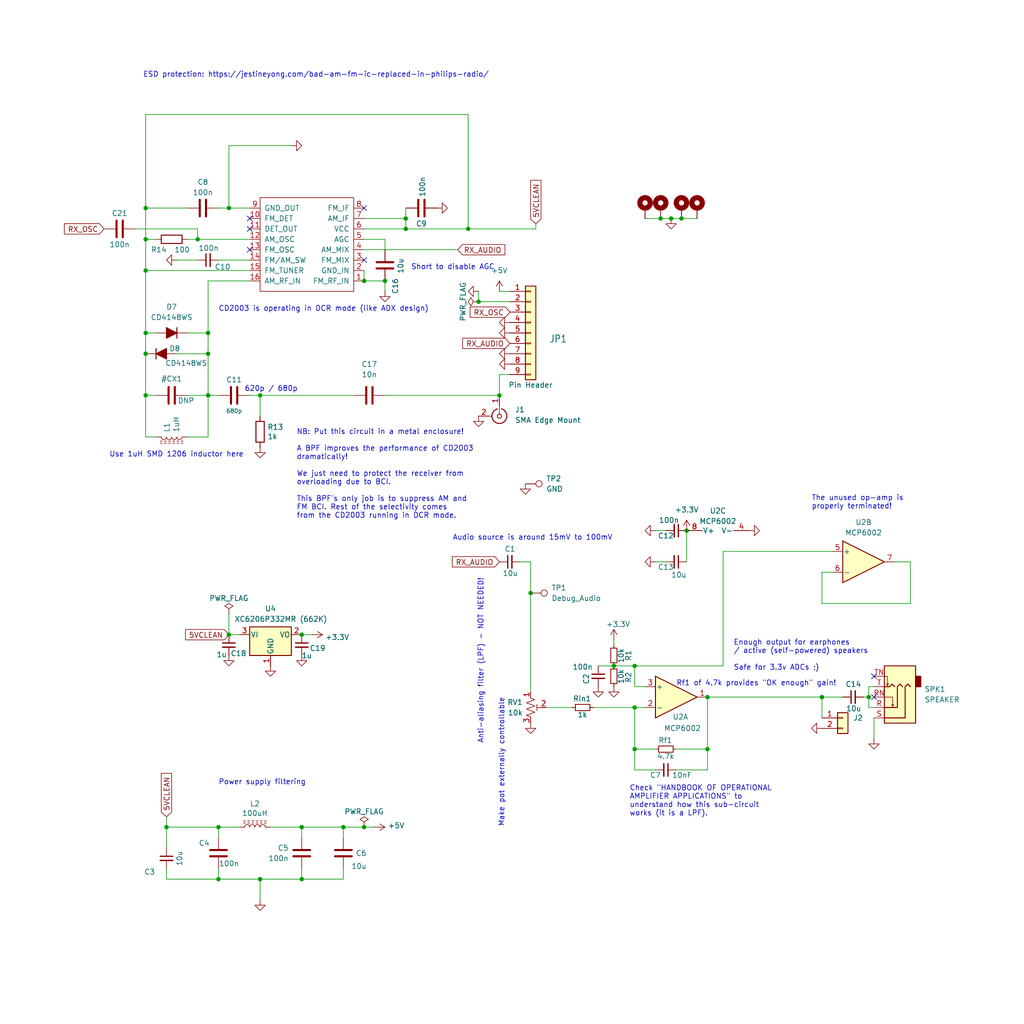
<source format=kicad_sch>
(kicad_sch (version 20231120) (generator "eeschema") (generator_version "8.0")
  (paper "User" 250.012 250.012)
  (title_block (title "Breakout board (BoB) for CD2003 (DCR Mode)") (date "2024-05-05") (rev "v5") (company "Dhiru Kholia (VU3CER)") (comment 1 "Based on ADX and ADX-S designs"))
  (lib_symbols
    (symbol "Amplifier_Operational:MCP6022" (pin_names (offset 0.127))
      (property "Reference" "U" (at 0 5.08 0))
      (property "Value" "MCP6022" (at 0 -5.08 0))
      (symbol "MCP6022_1_1"
        (polyline (pts (xy -5.08 5.08) (xy 5.08 0) (xy -5.08 -5.08) (xy -5.08 5.08)) (stroke (width 0.254)) (fill (type background)))
        (pin output line (at 7.62 0 180) (length 2.54) (name "~") (number "1"))
        (pin input line (at -7.62 -2.54 0) (length 2.54) (name "-") (number "2"))
        (pin input line (at -7.62 2.54 0) (length 2.54) (name "+") (number "3"))
      )
      (symbol "MCP6022_2_1"
        (polyline (pts (xy -5.08 5.08) (xy 5.08 0) (xy -5.08 -5.08) (xy -5.08 5.08)) (stroke (width 0.254)) (fill (type background)))
        (pin input line (at -7.62 2.54 0) (length 2.54) (name "+") (number "5"))
        (pin input line (at -7.62 -2.54 0) (length 2.54) (name "-") (number "6"))
        (pin output line (at 7.62 0 180) (length 2.54) (name "~") (number "7"))
      )
      (symbol "MCP6022_3_1"
        (pin power_in line (at -2.54 -7.62 90) (length 3.81) (name "V-") (number "4"))
        (pin power_in line (at -2.54 7.62 270) (length 3.81) (name "V+") (number "8"))
      )
    )
    (symbol "Connector:Conn_Coaxial" (pin_names (offset 1.016) hide)
      (property "Reference" "J" (at 0.254 3.048 0))
      (property "Value" "Conn_Coaxial" (at 2.921 0 90))
      (symbol "Conn_Coaxial_0_1"
        (arc (start -1.778 -0.508) (mid 0.2311 -1.8066) (end 1.778 0) (stroke (width 0.254)))
        (polyline (pts (xy -2.54 0) (xy -0.508 0)))
        (polyline (pts (xy 0 -2.54) (xy 0 -1.778)))
        (circle (center 0 0) (radius 0.508) (stroke (width 0.2032)))
        (arc (start 1.778 0) (mid 0.2099 1.8101) (end -1.778 0.508) (stroke (width 0.254)))
      )
      (symbol "Conn_Coaxial_1_1"
        (pin passive line (at -5.08 0 0) (length 2.54) (name "In") (number "1"))
        (pin passive line (at 0 -5.08 90) (length 2.54) (name "Ext") (number "2"))
      )
    )
    (symbol "Connector:TestPoint" (pin_numbers hide) (pin_names (offset 0.762) hide)
      (property "Reference" "TP" (at 0 6.858 0))
      (property "Value" "TestPoint" (at 0 5.08 0))
      (symbol "TestPoint_0_1"
        (circle (center 0 3.302) (radius 0.762))
      )
      (symbol "TestPoint_1_1"
        (pin passive line (at 0 0 90) (length 2.54) (name "1") (number "1"))
      )
    )
    (symbol "Connector_Audio:AudioJack3_SwitchTR"
      (property "Reference" "J" (at 0 8.89 0))
      (property "Value" "AudioJack3_SwitchTR" (at 0 6.35 0))
      (symbol "AudioJack3_SwitchTR_0_1"
        (rectangle (start -5.08 -5.08) (end -6.35 -7.62) (stroke (width 0.254)) (fill (type outline)))
        (polyline (pts (xy 0.508 -0.254) (xy 0.762 -0.762)))
        (polyline (pts (xy 1.778 -5.334) (xy 2.032 -5.842)))
        (polyline (pts (xy 0 -5.08) (xy 0.635 -5.715) (xy 1.27 -5.08) (xy 2.54 -5.08)) (stroke (width 0.254)))
        (polyline (pts (xy 2.54 -7.62) (xy 1.778 -7.62) (xy 1.778 -5.334) (xy 1.524 -5.842)))
        (polyline (pts (xy 2.54 -2.54) (xy 0.508 -2.54) (xy 0.508 -0.254) (xy 0.254 -0.762)))
        (polyline (pts (xy -1.905 -5.08) (xy -1.27 -5.715) (xy -0.635 -5.08) (xy -0.635 0) (xy 2.54 0)) (stroke (width 0.254)))
        (polyline (pts (xy 2.54 2.54) (xy -2.54 2.54) (xy -2.54 -5.08) (xy -3.175 -5.715) (xy -3.81 -5.08)) (stroke (width 0.254)))
        (rectangle (start 2.54 3.81) (end -5.08 -10.16) (stroke (width 0.254)) (fill (type background)))
      )
      (symbol "AudioJack3_SwitchTR_1_1"
        (pin passive line (at 5.08 0 180) (length 2.54) (name "~") (number "R"))
        (pin passive line (at 5.08 -2.54 180) (length 2.54) (name "~") (number "RN"))
        (pin passive line (at 5.08 2.54 180) (length 2.54) (name "~") (number "S"))
        (pin passive line (at 5.08 -5.08 180) (length 2.54) (name "~") (number "T"))
        (pin passive line (at 5.08 -7.62 180) (length 2.54) (name "~") (number "TN"))
      )
    )
    (symbol "Connector_Generic:Conn_01x02" (pin_names (offset 1.016) hide)
      (property "Reference" "J" (at 0 2.54 0))
      (property "Value" "Conn_01x02" (at 0 -5.08 0))
      (symbol "Conn_01x02_1_1"
        (rectangle (start -1.27 -2.413) (end 0 -2.667) (stroke (width 0.1524)))
        (rectangle (start -1.27 0.127) (end 0 -0.127) (stroke (width 0.1524)))
        (rectangle (start -1.27 1.27) (end 1.27 -3.81) (stroke (width 0.254)) (fill (type background)))
        (pin passive line (at -5.08 0 0) (length 3.81) (name "Pin_1") (number "1"))
        (pin passive line (at -5.08 -2.54 0) (length 3.81) (name "Pin_2") (number "2"))
      )
    )
    (symbol "Connector_Generic:Conn_01x09" (pin_names (offset 1.016) hide)
      (property "Reference" "J" (at 0 12.7 0))
      (property "Value" "Conn_01x09" (at 0 -12.7 0))
      (symbol "Conn_01x09_1_1"
        (rectangle (start -1.27 -10.033) (end 0 -10.287) (stroke (width 0.1524)))
        (rectangle (start -1.27 -7.493) (end 0 -7.747) (stroke (width 0.1524)))
        (rectangle (start -1.27 -4.953) (end 0 -5.207) (stroke (width 0.1524)))
        (rectangle (start -1.27 -2.413) (end 0 -2.667) (stroke (width 0.1524)))
        (rectangle (start -1.27 0.127) (end 0 -0.127) (stroke (width 0.1524)))
        (rectangle (start -1.27 2.667) (end 0 2.413) (stroke (width 0.1524)))
        (rectangle (start -1.27 5.207) (end 0 4.953) (stroke (width 0.1524)))
        (rectangle (start -1.27 7.747) (end 0 7.493) (stroke (width 0.1524)))
        (rectangle (start -1.27 10.287) (end 0 10.033) (stroke (width 0.1524)))
        (rectangle (start -1.27 11.43) (end 1.27 -11.43) (stroke (width 0.254)) (fill (type background)))
        (pin passive line (at -5.08 10.16 0) (length 3.81) (name "Pin_1") (number "1"))
        (pin passive line (at -5.08 7.62 0) (length 3.81) (name "Pin_2") (number "2"))
        (pin passive line (at -5.08 5.08 0) (length 3.81) (name "Pin_3") (number "3"))
        (pin passive line (at -5.08 2.54 0) (length 3.81) (name "Pin_4") (number "4"))
        (pin passive line (at -5.08 0 0) (length 3.81) (name "Pin_5") (number "5"))
        (pin passive line (at -5.08 -2.54 0) (length 3.81) (name "Pin_6") (number "6"))
        (pin passive line (at -5.08 -5.08 0) (length 3.81) (name "Pin_7") (number "7"))
        (pin passive line (at -5.08 -7.62 0) (length 3.81) (name "Pin_8") (number "8"))
        (pin passive line (at -5.08 -10.16 0) (length 3.81) (name "Pin_9") (number "9"))
      )
    )
    (symbol "Device:C" (pin_numbers hide) (pin_names (offset 0.254))
      (property "Reference" "C" (at 0.635 2.54 0))
      (property "Value" "C" (at 0.635 -2.54 0))
      (symbol "C_0_1"
        (polyline (pts (xy -2.032 -0.762) (xy 2.032 -0.762)) (stroke (width 0.508)))
        (polyline (pts (xy -2.032 0.762) (xy 2.032 0.762)) (stroke (width 0.508)))
      )
      (symbol "C_1_1"
        (pin passive line (at 0 3.81 270) (length 2.794) (name "~") (number "1"))
        (pin passive line (at 0 -3.81 90) (length 2.794) (name "~") (number "2"))
      )
    )
    (symbol "Device:C_Small" (pin_numbers hide) (pin_names (offset 0.254) hide)
      (property "Reference" "C" (at 0.254 1.778 0))
      (property "Value" "C_Small" (at 0.254 -2.032 0))
      (symbol "C_Small_0_1"
        (polyline (pts (xy -1.524 -0.508) (xy 1.524 -0.508)) (stroke (width 0.3302)))
        (polyline (pts (xy -1.524 0.508) (xy 1.524 0.508)) (stroke (width 0.3048)))
      )
      (symbol "C_Small_1_1"
        (pin passive line (at 0 2.54 270) (length 2.032) (name "~") (number "1"))
        (pin passive line (at 0 -2.54 90) (length 2.032) (name "~") (number "2"))
      )
    )
    (symbol "Device:L_Ferrite" (pin_numbers hide) (pin_names (offset 1.016) hide)
      (property "Reference" "L" (at -1.27 0 90))
      (property "Value" "L_Ferrite" (at 2.794 0 90))
      (symbol "L_Ferrite_0_1"
        (arc (start 0 -2.54) (mid 0.6323 -1.905) (end 0 -1.27))
        (arc (start 0 -1.27) (mid 0.6323 -0.635) (end 0 0))
        (polyline (pts (xy 1.016 -2.794) (xy 1.016 -2.286)))
        (polyline (pts (xy 1.016 -1.778) (xy 1.016 -1.27)))
        (polyline (pts (xy 1.016 -0.762) (xy 1.016 -0.254)))
        (polyline (pts (xy 1.016 0.254) (xy 1.016 0.762)))
        (polyline (pts (xy 1.016 1.27) (xy 1.016 1.778)))
        (polyline (pts (xy 1.016 2.286) (xy 1.016 2.794)))
        (polyline (pts (xy 1.524 -2.286) (xy 1.524 -2.794)))
        (polyline (pts (xy 1.524 -1.27) (xy 1.524 -1.778)))
        (polyline (pts (xy 1.524 -0.254) (xy 1.524 -0.762)))
        (polyline (pts (xy 1.524 0.762) (xy 1.524 0.254)))
        (polyline (pts (xy 1.524 1.778) (xy 1.524 1.27)))
        (polyline (pts (xy 1.524 2.794) (xy 1.524 2.286)))
        (arc (start 0 0) (mid 0.6323 0.635) (end 0 1.27))
        (arc (start 0 1.27) (mid 0.6323 1.905) (end 0 2.54))
      )
      (symbol "L_Ferrite_1_1"
        (pin passive line (at 0 3.81 270) (length 1.27) (name "1") (number "1"))
        (pin passive line (at 0 -3.81 90) (length 1.27) (name "2") (number "2"))
      )
    )
    (symbol "Device:R" (pin_numbers hide) (pin_names (offset 0))
      (property "Reference" "R" (at 2.032 0 90))
      (property "Value" "R" (at 0 0 90))
      (symbol "R_0_1"
        (rectangle (start -1.016 -2.54) (end 1.016 2.54) (stroke (width 0.254)))
      )
      (symbol "R_1_1"
        (pin passive line (at 0 3.81 270) (length 1.27) (name "~") (number "1"))
        (pin passive line (at 0 -3.81 90) (length 1.27) (name "~") (number "2"))
      )
    )
    (symbol "Device:R_Potentiometer_Trim_US" (pin_names (offset 1.016) hide)
      (property "Reference" "RV" (at -4.445 0 90))
      (property "Value" "R_Potentiometer_Trim_US" (at -2.54 0 90))
      (symbol "R_Potentiometer_Trim_US_0_1"
        (polyline (pts (xy 0 -2.286) (xy 0 -2.54)))
        (polyline (pts (xy 0 2.286) (xy 0 2.54)))
        (polyline (pts (xy 1.524 0.762) (xy 1.524 -0.762)))
        (polyline (pts (xy 2.54 0) (xy 1.524 0)))
        (polyline (pts (xy 0 -0.762) (xy 1.016 -1.143) (xy 0 -1.524) (xy -1.016 -1.905) (xy 0 -2.286)))
        (polyline (pts (xy 0 0.762) (xy 1.016 0.381) (xy 0 0) (xy -1.016 -0.381) (xy 0 -0.762)))
        (polyline (pts (xy 0 2.286) (xy 1.016 1.905) (xy 0 1.524) (xy -1.016 1.143) (xy 0 0.762)))
      )
      (symbol "R_Potentiometer_Trim_US_1_1"
        (pin passive line (at 0 3.81 270) (length 1.27) (name "1") (number "1"))
        (pin passive line (at 3.81 0 180) (length 1.27) (name "2") (number "2"))
        (pin passive line (at 0 -3.81 90) (length 1.27) (name "3") (number "3"))
      )
    )
    (symbol "Device:R_Small" (pin_numbers hide) (pin_names (offset 0.254) hide)
      (property "Reference" "R" (at 0.762 0.508 0))
      (property "Value" "R_Small" (at 0.762 -1.016 0))
      (symbol "R_Small_0_1"
        (rectangle (start -0.762 1.778) (end 0.762 -1.778) (stroke (width 0.2032)))
      )
      (symbol "R_Small_1_1"
        (pin passive line (at 0 2.54 270) (length 0.762) (name "~") (number "1"))
        (pin passive line (at 0 -2.54 90) (length 0.762) (name "~") (number "2"))
      )
    )
    (symbol "Mechanical:MountingHole_Pad" (pin_numbers hide) (pin_names (offset 1.016) hide)
      (property "Reference" "H" (at 0 6.35 0))
      (property "Value" "MountingHole_Pad" (at 0 4.445 0))
      (symbol "MountingHole_Pad_0_1"
        (circle (center 0 1.27) (radius 1.27) (stroke (width 1.27)))
      )
      (symbol "MountingHole_Pad_1_1"
        (pin input line (at 0 -2.54 90) (length 2.54) (name "1") (number "1"))
      )
    )
    (symbol "PCM_Diode_AKL:CD4148WS" (pin_numbers hide) (pin_names (offset 1.016) hide)
      (property "Reference" "D" (at 0 5.08 0))
      (property "Value" "CD4148WS" (at 0 2.54 0))
      (symbol "CD4148WS_0_1"
        (polyline (pts (xy -1.27 0) (xy 1.27 0)))
        (polyline (pts (xy 1.27 1.27) (xy 1.27 -1.27)) (stroke (width 0.254)))
        (polyline (pts (xy -1.27 1.27) (xy -1.27 -1.27) (xy 1.27 0) (xy -1.27 1.27)) (stroke (width 0.254)) (fill (type outline)))
      )
      (symbol "CD4148WS_1_1"
        (pin passive line (at 3.81 0 180) (length 2.54) (name "K") (number "1"))
        (pin passive line (at -3.81 0 0) (length 2.54) (name "A") (number "2"))
      )
    )
    (symbol "Regulator_Linear:MCP1700x-330xxTT" (pin_names (offset 0.254))
      (property "Reference" "U" (at -3.81 3.175 0))
      (property "Value" "MCP1700x-330xxTT" (at 0 3.175 0))
      (symbol "MCP1700x-330xxTT_0_1"
        (rectangle (start -5.08 1.905) (end 5.08 -5.08) (stroke (width 0.254)) (fill (type background)))
      )
      (symbol "MCP1700x-330xxTT_1_1"
        (pin power_in line (at 0 -7.62 90) (length 2.54) (name "GND") (number "1"))
        (pin power_out line (at 7.62 0 180) (length 2.54) (name "VO") (number "2"))
        (pin power_in line (at -7.62 0 0) (length 2.54) (name "VI") (number "3"))
      )
    )
    (symbol "cd2003gb_gp_fixed:CD2003GB_GP_Fixed" (pin_names (offset 1.016))
      (symbol "CD2003GB_GP_Fixed_0_1"
        (rectangle (start -11.43 17.78) (end 11.43 -5.08))
      )
      (symbol "CD2003GB_GP_Fixed_1_1"
        (pin input line (at -8.89 -7.62 90) (length 2.54) (name "FM_RF_IN") (number "1"))
        (pin input line (at 6.35 20.32 270) (length 2.54) (name "FM_DET") (number "10"))
        (pin input line (at 3.81 20.32 270) (length 2.54) (name "DET_OUT") (number "11"))
        (pin input line (at 1.27 20.32 270) (length 2.54) (name "AM_OSC") (number "12"))
        (pin input line (at -1.27 20.32 270) (length 2.54) (name "FM_OSC") (number "13"))
        (pin input line (at -3.81 20.32 270) (length 2.54) (name "FM/AM_SW") (number "14"))
        (pin input line (at -6.35 20.32 270) (length 2.54) (name "FM_TUNER") (number "15"))
        (pin input line (at -8.89 20.32 270) (length 2.54) (name "AM_RF_IN") (number "16"))
        (pin input line (at -6.35 -7.62 90) (length 2.54) (name "GND_IN") (number "2"))
        (pin input line (at -3.81 -7.62 90) (length 2.54) (name "FM_MIX") (number "3"))
        (pin input line (at -1.27 -7.62 90) (length 2.54) (name "AM_MIX") (number "4"))
        (pin passive line (at 1.27 -7.62 90) (length 2.54) (name "AGC") (number "5"))
        (pin input line (at 3.81 -7.62 90) (length 2.54) (name "VCC") (number "6"))
        (pin input line (at 6.35 -7.62 90) (length 2.54) (name "AM_IF") (number "7"))
        (pin input line (at 8.89 -7.62 90) (length 2.54) (name "FM_IF") (number "8"))
        (pin input line (at 8.89 20.32 270) (length 2.54) (name "GND_OUT") (number "9"))
      )
    )
    (symbol "power:+3.3V" (power) (pin_numbers hide) (pin_names (offset 0) hide)
      (property "Value" "+3.3V" (at 0 3.556 0))
      (symbol "+3.3V_0_1"
        (polyline (pts (xy -0.762 1.27) (xy 0 2.54)))
        (polyline (pts (xy 0 0) (xy 0 2.54)))
        (polyline (pts (xy 0 2.54) (xy 0.762 1.27)))
      )
      (symbol "+3.3V_1_1"
        (pin power_in line (at 0 0 90) (length 0) (name "~") (number "1"))
      )
    )
    (symbol "power:+5V" (power) (pin_numbers hide) (pin_names (offset 0) hide)
      (property "Value" "+5V" (at 0 3.556 0))
      (symbol "+5V_0_1"
        (polyline (pts (xy -0.762 1.27) (xy 0 2.54)))
        (polyline (pts (xy 0 0) (xy 0 2.54)))
        (polyline (pts (xy 0 2.54) (xy 0.762 1.27)))
      )
      (symbol "+5V_1_1"
        (pin power_in line (at 0 0 90) (length 0) (name "~") (number "1"))
      )
    )
    (symbol "power:GND" (power) (pin_numbers hide) (pin_names (offset 0) hide)
      (property "Value" "GND" (at 0 -3.81 0))
      (symbol "GND_0_1"
        (polyline (pts (xy 0 0) (xy 0 -1.27) (xy 1.27 -1.27) (xy 0 -2.54) (xy -1.27 -1.27) (xy 0 -1.27)))
      )
      (symbol "GND_1_1"
        (pin power_in line (at 0 0 270) (length 0) (name "~") (number "1"))
      )
    )
    (symbol "power:PWR_FLAG" (power) (pin_numbers hide) (pin_names (offset 0) hide)
      (property "Value" "PWR_FLAG" (at 0 3.81 0))
      (symbol "PWR_FLAG_0_0"
        (pin power_out line (at 0 0 90) (length 0) (name "~") (number "1"))
      )
      (symbol "PWR_FLAG_0_1"
        (polyline (pts (xy 0 0) (xy 0 1.27) (xy -1.016 1.905) (xy 0 2.54) (xy 1.016 1.905) (xy 0 1.27)))
      )
    )
  )
  (junction (at 121.92 96.52))
  (junction (at 50.8 86.36))
  (junction (at 116.84 73.66))
  (junction (at 50.8 96.52))
  (junction (at 88.9 68.58))
  (junction (at 73.66 201.93))
  (junction (at 154.94 182.88))
  (junction (at 50.8 81.28))
  (junction (at 154.94 162.56))
  (junction (at 63.5 214.63))
  (junction (at 35.56 96.52))
  (junction (at 53.34 201.93))
  (junction (at 149.86 162.56))
  (junction (at 88.9 201.93))
  (junction (at 55.88 154.94))
  (junction (at 129.54 144.78))
  (junction (at 48.26 58.42))
  (junction (at 73.66 154.94))
  (junction (at 212.09 170.18))
  (junction (at 99.06 53.34))
  (junction (at 200.66 170.18))
  (junction (at 55.88 50.8))
  (junction (at 93.98 68.58))
  (junction (at 99.06 55.88))
  (junction (at 35.56 86.36))
  (junction (at 40.64 201.93))
  (junction (at 83.82 201.93))
  (junction (at 172.72 170.18))
  (junction (at 114.3 55.88))
  (junction (at 161.29 53.34))
  (junction (at 73.66 214.63))
  (junction (at 172.72 182.88))
  (junction (at 53.34 214.63))
  (junction (at 167.64 129.54))
  (junction (at 35.56 66.04))
  (junction (at 35.56 50.8))
  (junction (at 35.56 58.42))
  (junction (at 154.94 172.72))
  (junction (at 166.37 53.34))
  (junction (at 163.83 53.34))
  (junction (at 63.5 96.52))
  (junction (at 35.56 81.28))
  (no_connect (at 213.36 170.18))
  (no_connect (at 60.96 60.96))
  (no_connect (at 88.9 63.5))
  (no_connect (at 213.36 165.1))
  (no_connect (at 60.96 55.88))
  (no_connect (at 60.96 53.34))
  (no_connect (at 88.9 50.8))
  (wire (pts (xy 121.92 96.52) (xy 121.92 91.44)))
  (wire (pts (xy 73.66 154.94) (xy 76.2 154.94)))
  (wire (pts (xy 222.25 137.16) (xy 222.25 147.32)))
  (wire (pts (xy 157.48 53.34) (xy 161.29 53.34)))
  (wire (pts (xy 50.8 96.52) (xy 53.34 96.52)))
  (wire (pts (xy 154.94 187.96) (xy 160.02 187.96)))
  (wire (pts (xy 212.09 172.72) (xy 212.09 170.18)))
  (wire (pts (xy 53.34 50.8) (xy 55.88 50.8)))
  (wire (pts (xy 121.92 71.12) (xy 124.46 71.12)))
  (wire (pts (xy 60.96 96.52) (xy 63.5 96.52)))
  (wire (pts (xy 53.34 214.63) (xy 63.5 214.63)))
  (wire (pts (xy 45.72 81.28) (xy 50.8 81.28)))
  (wire (pts (xy 165.1 187.96) (xy 172.72 187.96)))
  (wire (pts (xy 63.5 101.6) (xy 63.5 96.52)))
  (wire (pts (xy 93.98 68.58) (xy 93.98 71.12)))
  (wire (pts (xy 210.82 170.18) (xy 212.09 170.18)))
  (wire (pts (xy 114.3 55.88) (xy 130.81 55.88)))
  (wire (pts (xy 162.56 129.54) (xy 160.02 129.54)))
  (wire (pts (xy 40.64 201.93) (xy 40.64 207.01)))
  (wire (pts (xy 165.1 182.88) (xy 172.72 182.88)))
  (wire (pts (xy 83.82 212.09) (xy 83.82 214.63)))
  (wire (pts (xy 38.1 81.28) (xy 35.56 81.28)))
  (wire (pts (xy 121.92 91.44) (xy 124.46 91.44)))
  (wire (pts (xy 55.88 50.8) (xy 55.88 35.56)))
  (wire (pts (xy 162.56 137.16) (xy 160.02 137.16)))
  (wire (pts (xy 203.2 139.7) (xy 200.66 139.7)))
  (wire (pts (xy 55.88 35.56) (xy 71.12 35.56)))
  (wire (pts (xy 35.56 96.52) (xy 38.1 96.52)))
  (wire (pts (xy 40.64 201.93) (xy 53.34 201.93)))
  (wire (pts (xy 154.94 182.88) (xy 154.94 172.72)))
  (wire (pts (xy 40.64 212.09) (xy 40.64 214.63)))
  (wire (pts (xy 129.54 137.16) (xy 129.54 144.78)))
  (wire (pts (xy 63.5 214.63) (xy 73.66 214.63)))
  (wire (pts (xy 154.94 162.56) (xy 154.94 167.64)))
  (wire (pts (xy 93.98 96.52) (xy 121.92 96.52)))
  (wire (pts (xy 83.82 201.93) (xy 88.9 201.93)))
  (wire (pts (xy 154.94 167.64) (xy 157.48 167.64)))
  (wire (pts (xy 35.56 50.8) (xy 45.72 50.8)))
  (wire (pts (xy 133.35 172.72) (xy 139.7 172.72)))
  (wire (pts (xy 60.96 50.8) (xy 55.88 50.8)))
  (wire (pts (xy 55.88 149.86) (xy 55.88 154.94)))
  (wire (pts (xy 73.66 201.93) (xy 73.66 204.47)))
  (wire (pts (xy 213.36 175.26) (xy 213.36 180.34)))
  (wire (pts (xy 116.84 71.12) (xy 116.84 73.66)))
  (wire (pts (xy 99.06 50.8) (xy 99.06 53.34)))
  (wire (pts (xy 53.34 63.5) (xy 60.96 63.5)))
  (wire (pts (xy 88.9 53.34) (xy 99.06 53.34)))
  (wire (pts (xy 154.94 162.56) (xy 176.53 162.56)))
  (wire (pts (xy 35.56 86.36) (xy 35.56 96.52)))
  (wire (pts (xy 83.82 201.93) (xy 83.82 204.47)))
  (wire (pts (xy 73.66 201.93) (xy 83.82 201.93)))
  (wire (pts (xy 218.44 137.16) (xy 222.25 137.16)))
  (wire (pts (xy 200.66 147.32) (xy 222.25 147.32)))
  (wire (pts (xy 212.09 167.64) (xy 213.36 167.64)))
  (wire (pts (xy 200.66 170.18) (xy 205.74 170.18)))
  (wire (pts (xy 50.8 86.36) (xy 50.8 81.28)))
  (wire (pts (xy 129.54 144.78) (xy 129.54 168.91)))
  (wire (pts (xy 213.36 172.72) (xy 212.09 172.72)))
  (wire (pts (xy 176.53 134.62) (xy 176.53 162.56)))
  (wire (pts (xy 35.56 58.42) (xy 35.56 50.8)))
  (wire (pts (xy 99.06 53.34) (xy 99.06 55.88)))
  (wire (pts (xy 53.34 204.47) (xy 53.34 201.93)))
  (wire (pts (xy 50.8 96.52) (xy 50.8 86.36)))
  (wire (pts (xy 144.78 172.72) (xy 154.94 172.72)))
  (wire (pts (xy 35.56 66.04) (xy 35.56 58.42)))
  (wire (pts (xy 146.05 162.56) (xy 149.86 162.56)))
  (wire (pts (xy 166.37 53.34) (xy 170.18 53.34)))
  (wire (pts (xy 88.9 60.96) (xy 111.76 60.96)))
  (wire (pts (xy 50.8 68.58) (xy 60.96 68.58)))
  (wire (pts (xy 43.18 86.36) (xy 50.8 86.36)))
  (wire (pts (xy 114.3 27.94) (xy 114.3 55.88)))
  (wire (pts (xy 200.66 170.18) (xy 200.66 175.26)))
  (wire (pts (xy 43.18 63.5) (xy 48.26 63.5)))
  (wire (pts (xy 176.53 134.62) (xy 203.2 134.62)))
  (wire (pts (xy 73.66 212.09) (xy 73.66 214.63)))
  (wire (pts (xy 154.94 187.96) (xy 154.94 182.88)))
  (wire (pts (xy 160.02 182.88) (xy 154.94 182.88)))
  (wire (pts (xy 161.29 53.34) (xy 163.83 53.34)))
  (wire (pts (xy 35.56 81.28) (xy 35.56 86.36)))
  (wire (pts (xy 35.56 66.04) (xy 60.96 66.04)))
  (wire (pts (xy 88.9 68.58) (xy 93.98 68.58)))
  (wire (pts (xy 154.94 172.72) (xy 157.48 172.72)))
  (wire (pts (xy 127 137.16) (xy 129.54 137.16)))
  (wire (pts (xy 212.09 170.18) (xy 212.09 167.64)))
  (wire (pts (xy 116.84 73.66) (xy 124.46 73.66)))
  (wire (pts (xy 35.56 50.8) (xy 35.56 27.94)))
  (wire (pts (xy 48.26 58.42) (xy 60.96 58.42)))
  (wire (pts (xy 88.9 55.88) (xy 99.06 55.88)))
  (wire (pts (xy 38.1 106.68) (xy 35.56 106.68)))
  (wire (pts (xy 163.83 53.34) (xy 166.37 53.34)))
  (wire (pts (xy 200.66 139.7) (xy 200.66 147.32)))
  (wire (pts (xy 50.8 68.58) (xy 50.8 81.28)))
  (wire (pts (xy 53.34 212.09) (xy 53.34 214.63)))
  (wire (pts (xy 35.56 27.94) (xy 114.3 27.94)))
  (wire (pts (xy 38.1 58.42) (xy 35.56 58.42)))
  (wire (pts (xy 63.5 219.71) (xy 63.5 214.63)))
  (wire (pts (xy 172.72 187.96) (xy 172.72 182.88)))
  (wire (pts (xy 45.72 106.68) (xy 50.8 106.68)))
  (wire (pts (xy 40.64 199.39) (xy 40.64 201.93)))
  (wire (pts (xy 35.56 66.04) (xy 35.56 81.28)))
  (wire (pts (xy 45.72 96.52) (xy 50.8 96.52)))
  (wire (pts (xy 149.86 162.56) (xy 154.94 162.56)))
  (wire (pts (xy 99.06 55.88) (xy 114.3 55.88)))
  (wire (pts (xy 50.8 96.52) (xy 50.8 106.68)))
  (wire (pts (xy 35.56 96.52) (xy 35.56 106.68)))
  (wire (pts (xy 40.64 214.63) (xy 53.34 214.63)))
  (wire (pts (xy 33.02 55.88) (xy 48.26 55.88)))
  (wire (pts (xy 55.88 154.94) (xy 58.42 154.94)))
  (wire (pts (xy 93.98 58.42) (xy 93.98 60.96)))
  (wire (pts (xy 149.86 156.21) (xy 149.86 157.48)))
  (wire (pts (xy 45.72 58.42) (xy 48.26 58.42)))
  (wire (pts (xy 130.81 54.61) (xy 130.81 55.88)))
  (wire (pts (xy 73.66 214.63) (xy 83.82 214.63)))
  (wire (pts (xy 172.72 170.18) (xy 172.72 182.88)))
  (wire (pts (xy 48.26 55.88) (xy 48.26 58.42)))
  (wire (pts (xy 88.9 66.04) (xy 88.9 68.58)))
  (wire (pts (xy 167.64 129.54) (xy 167.64 137.16)))
  (wire (pts (xy 53.34 201.93) (xy 58.42 201.93)))
  (wire (pts (xy 88.9 201.93) (xy 91.44 201.93)))
  (wire (pts (xy 66.04 201.93) (xy 73.66 201.93)))
  (wire (pts (xy 88.9 58.42) (xy 93.98 58.42)))
  (wire (pts (xy 63.5 96.52) (xy 86.36 96.52)))
  (wire (pts (xy 172.72 170.18) (xy 200.66 170.18)))
  (text "The unused op-amp is \nproperly terminated!" (at 198.12 124.46 0) (effects (font (size 1.27 1.27)) (justify left bottom)))
  (text "Rf1 of 4.7k provides \"OK enough\" gain!" (at 165.1 167.64 0) (effects (font (size 1.27 1.27)) (justify left bottom)))
  (text "Use 1uH SMD 1206 inductor here" (at 26.67 111.76 0) (effects (font (size 1.27 1.27)) (justify left bottom)))
  (text "Check \"HANDBOOK OF OPERATIONAL\nAMPLIFIER APPLICATIONS\" to \nunderstand how this sub-circuit\nworks (it is a LPF)." (at 153.67 199.39 0) (effects (font (size 1.27 1.27)) (justify left bottom)))
  (text "Short to disable AGC" (at 100.33 66.04 0) (effects (font (size 1.27 1.27)) (justify left bottom)))
  (text "NB: Put this circuit in a metal enclosure!\n\nA BPF improves the performance of CD2003\ndramatically!\n\nWe just need to protect the receiver from\noverloading due to BCI.\n\nThis BPF's only job is to suppress AM and \nFM BCI. Rest of the selectivity comes\nfrom the CD2003 running in DCR mode.\n\n\n" (at 72.39 130.81 0) (effects (font (size 1.27 1.27)) (justify left bottom)))
  (text "Enough output for earphones \n/ active (self-powered) speakers\n\nSafe for 3.3v ADCs ;)" (at 179.07 163.83 0) (effects (font (size 1.27 1.27)) (justify left bottom)))
  (text "Power supply filtering" (at 53.34 191.77 0) (effects (font (size 1.27 1.27)) (justify left bottom)))
  (text "Audio source is around 15mV to 100mV" (at 110.49 132.08 0) (effects (font (size 1.27 1.27)) (justify left bottom)))
  (text "620p / 680p" (at 59.69 95.758 0) (effects (font (size 1.27 1.27)) (justify left bottom)))
  (text "Make pot externally controllable" (at 123.19 201.93 90) (effects (font (size 1.27 1.27)) (justify left bottom)))
  (text "CD2003 is operating in DCR mode (like ADX design)" (at 53.34 76.2 0) (effects (font (size 1.27 1.27)) (justify left bottom)))
  (text "Anti-aliasing filter (LPF) - NOT NEEDED!" (at 118.11 181.61 90) (effects (font (size 1.27 1.27)) (justify left bottom)))
  (text "ESD protection: https://jestineyong.com/bad-am-fm-ic-replaced-in-philips-radio/" (at 119.38 19.05 0) (effects (font (size 1.27 1.27)) (justify right bottom)))
  (global_label "RX_AUDIO" (shape input) (at 124.46 83.82 180) (property "Intersheetrefs" "${INTERSHEET_REFS}" (effects (hide yes))))
  (global_label "RX_OSC" (shape input) (at 25.4 55.88 180) (property "Intersheetrefs" "${INTERSHEET_REFS}" (effects (hide yes))))
  (global_label "5VCLEAN" (shape input) (at 55.88 154.94 180) (property "Intersheetrefs" "${INTERSHEET_REFS}" (effects (hide yes))))
  (global_label "RX_AUDIO" (shape input) (at 111.76 60.96 0) (property "Intersheetrefs" "${INTERSHEET_REFS}" (effects (hide yes))))
  (global_label "5VCLEAN" (shape input) (at 130.81 54.61 90) (property "Intersheetrefs" "${INTERSHEET_REFS}" (effects (hide yes))))
  (global_label "5VCLEAN" (shape input) (at 40.64 199.39 90) (property "Intersheetrefs" "${INTERSHEET_REFS}" (effects (hide yes))))
  (global_label "RX_AUDIO" (shape input) (at 121.92 137.16 180) (property "Intersheetrefs" "${INTERSHEET_REFS}" (effects (hide yes))))
  (global_label "RX_OSC" (shape input) (at 124.46 76.2 180) (property "Intersheetrefs" "${INTERSHEET_REFS}" (effects (hide yes))))
  (symbol (lib_id "power:+5V") (at 121.92 71.12 0) (unit 1)
    (property "Reference" "#PWR0107" (effects (hide yes)))
    (property "Value" "+5V" (at 121.92 66.04 0))
    (property "Description" "Power symbol creates a global label with name \"+5V\"" (effects (hide yes)))
  )
  (symbol (lib_id "Device:L_Ferrite") (at 41.91 106.68 270) (unit 1)
    (property "Reference" "L1" (at 40.7416 105.5624 0) (effects (justify right)))
    (property "Value" "1uH" (at 43.053 105.5624 0) (effects (justify right)))
    (property "Footprint" "Inductor_SMD:L_1206_3216Metric_Pad1.22x1.90mm_HandSolder" (effects (hide yes)))
  )
  (symbol (lib_id "Device:C_Small") (at 165.1 137.16 270) (unit 1)
    (property "Reference" "C13" (at 162.56 138.43 90))
    (property "Value" "10u" (at 165.735 140.335 90))
    (property "Footprint" "Capacitor_SMD:C_1206_3216Metric_Pad1.33x1.80mm_HandSolder" (effects (hide yes)))
    (property "Sim.Device" "SPICE" (effects (hide yes)))
    (property "Sim.Params" "type=\"\" model=\"10u\" lib=\"\"" (effects (hide yes)))
    (property "Sim.Pins" "1=1 2=2" (effects (hide yes)))
  )
  (symbol (lib_id "Device:C") (at 93.98 64.77 0) (unit 1)
    (property "Reference" "C16" (at 96.52 69.85 90))
    (property "Value" " 10u" (at 97.79 65.405 90))
    (property "Footprint" "Capacitor_SMD:C_1206_3216Metric_Pad1.33x1.80mm_HandSolder" (effects (hide yes)))
  )
  (symbol (lib_id "Device:C") (at 102.87 50.8 90) (unit 1)
    (property "Reference" "C9" (at 102.87 54.61 90))
    (property "Value" "100n" (at 103.124 45.593 0))
    (property "Footprint" "Capacitor_SMD:C_1206_3216Metric_Pad1.33x1.80mm_HandSolder" (effects (hide yes)))
  )
  (symbol (lib_id "cd2003gb_gp_fixed:CD2003GB_GP_Fixed") (at 81.28 59.69 90) (unit 1)
    (property "Reference" "U1" (effects (hide yes)))
    (property "Value" "CD2003GB_GP" (effects (hide yes)))
    (property "Footprint" "Package_DIP:DIP-16_W7.62mm_Socket" (effects (hide yes)))
  )
  (symbol (lib_id "Device:C") (at 29.21 55.88 270) (unit 1)
    (property "Reference" "C21" (at 29.21 52.07 90))
    (property "Value" "100n" (at 29.21 59.69 90))
    (property "Footprint" "Capacitor_SMD:C_1206_3216Metric_Pad1.33x1.80mm_HandSolder" (effects (hide yes)))
  )
  (symbol (lib_id "Connector_Audio:AudioJack3_SwitchTR") (at 218.44 172.72 180) (unit 1)
    (property "Reference" "SPK1" (at 225.679 168.2749 0) (effects (justify right)))
    (property "Value" "SPEAKER" (at 225.679 170.8149 0) (effects (justify right)))
    (property "Footprint" "footprints:PJ-307_Modded" (effects (hide yes)))
  )
  (symbol (lib_id "Device:C_Small") (at 50.8 63.5 90) (unit 1)
    (property "Reference" "C10" (at 54.356 65.151 90))
    (property "Value" "100n" (at 50.927 60.579 90))
    (property "Footprint" "Capacitor_SMD:C_1206_3216Metric_Pad1.33x1.80mm_HandSolder" (effects (hide yes)))
  )
  (symbol (lib_id "power:GND") (at 182.88 129.54 90) (unit 1)
    (property "Reference" "#PWR019" (effects (hide yes)))
    (property "Value" "GND" (effects (hide yes)))
    (property "Description" "Power symbol creates a global label with name \"GND\" , ground" (effects (hide yes)))
  )
  (symbol (lib_id "power:+3.3V") (at 76.2 154.94 270) (unit 1)
    (property "Reference" "#PWR025" (effects (hide yes)))
    (property "Value" "+3.3V" (at 79.375 155.575 90) (effects (justify left)))
  )
  (symbol (lib_id "Device:R_Small") (at 162.56 182.88 270) (unit 1)
    (property "Reference" "Rf1" (at 162.433 180.721 90))
    (property "Value" "4.7k" (at 162.5092 184.6326 90))
    (property "Footprint" "Resistor_SMD:R_1206_3216Metric_Pad1.30x1.75mm_HandSolder" (effects (hide yes)))
  )
  (symbol (lib_id "power:GND") (at 160.02 137.16 270) (unit 1)
    (property "Reference" "#PWR010" (effects (hide yes)))
    (property "Value" "GND" (effects (hide yes)))
    (property "Description" "Power symbol creates a global label with name \"GND\" , ground" (effects (hide yes)))
  )
  (symbol (lib_id "power:PWR_FLAG") (at 116.84 73.66 90) (unit 1)
    (property "Reference" "#FLG01" (effects (hide yes)))
    (property "Value" "PWR_FLAG" (at 113.03 73.66 0))
    (property "Description" "Special symbol for telling ERC where power comes from" (effects (hide yes)))
  )
  (symbol (lib_id "power:+3.3V") (at 167.64 129.54 0) (unit 1)
    (property "Reference" "#PWR015" (effects (hide yes)))
    (property "Value" "+3.3V" (at 167.64 124.46 0))
    (property "Description" "Power symbol creates a global label with name \"+3.3V\"" (effects (hide yes)))
  )
  (symbol (lib_id "power:GND") (at 71.12 35.56 90) (unit 1)
    (property "Reference" "#PWR0132" (effects (hide yes)))
    (property "Value" "GND" (effects (hide yes)))
    (property "Description" "Power symbol creates a global label with name \"GND\" , ground" (effects (hide yes)))
  )
  (symbol (lib_id "power:GND") (at 116.84 71.12 270) (unit 1)
    (property "Reference" "#U$0101" (effects (hide yes)))
    (property "Value" "GND" (effects (hide yes)))
    (property "Footprint" "Adafruit Si5351A:" (effects (hide yes)))
    (property "Description" "Power symbol creates a global label with name \"GND\" , ground" (effects (hide yes)))
  )
  (symbol (lib_id "Connector:TestPoint") (at 129.54 144.78 270) (unit 1)
    (property "Reference" "TP1" (at 134.62 143.51 90) (effects (justify left)))
    (property "Value" "Debug_Audio" (at 134.62 146.05 90) (effects (justify left)))
    (property "Footprint" "TestPoint:TestPoint_THTPad_2.0x2.0mm_Drill1.0mm" (effects (hide yes)))
  )
  (symbol (lib_id "power:PWR_FLAG") (at 88.9 201.93 0) (unit 1)
    (property "Reference" "#FLG02" (effects (hide yes)))
    (property "Value" "PWR_FLAG" (at 88.9 198.12 0))
    (property "Description" "Special symbol for telling ERC where power comes from" (effects (hide yes)))
  )
  (symbol (lib_id "Device:C") (at 83.82 208.28 0) (mirror y) (unit 1)
    (property "Reference" "C6" (at 89.535 208.28 0) (effects (justify left)))
    (property "Value" "10u" (at 89.535 211.455 0) (effects (justify left)))
    (property "Footprint" "Capacitor_SMD:C_1206_3216Metric_Pad1.33x1.80mm_HandSolder" (effects (hide yes)))
  )
  (symbol (lib_id "power:GND") (at 146.05 167.64 0) (unit 1)
    (property "Reference" "#PWR08" (effects (hide yes)))
    (property "Value" "GND" (effects (hide yes)))
    (property "Description" "Power symbol creates a global label with name \"GND\" , ground" (effects (hide yes)))
  )
  (symbol (lib_id "power:GND") (at 63.5 219.71 0) (unit 1)
    (property "Reference" "#PWR03" (effects (hide yes)))
    (property "Value" "GND" (effects (hide yes)))
    (property "Description" "Power symbol creates a global label with name \"GND\" , ground" (effects (hide yes)))
  )
  (symbol (lib_id "Regulator_Linear:MCP1700x-330xxTT") (at 66.04 154.94 0) (unit 1)
    (property "Reference" "U4" (at 66.04 148.59 0))
    (property "Value" "XC6206P332MR (662K)" (at 68.58 151.13 0))
    (property "Footprint" "Package_TO_SOT_SMD:SOT-23_Handsoldering" (effects (hide yes)))
    (property "Datasheet" "http://ww1.microchip.com/downloads/en/DeviceDoc/20001826D.pdf" (effects (hide yes)))
    (property "Description" "250mA Low Quiscent Current LDO, 3.3V output, SOT-23" (effects (hide yes)))
  )
  (symbol (lib_id "power:GND") (at 124.46 78.74 270) (unit 1)
    (property "Reference" "#U$04" (effects (hide yes)))
    (property "Value" "GND" (effects (hide yes)))
    (property "Footprint" "Adafruit Si5351A:" (effects (hide yes)))
    (property "Description" "Power symbol creates a global label with name \"GND\" , ground" (effects (hide yes)))
  )
  (symbol (lib_id "Device:C_Small") (at 73.66 157.48 0) (unit 1)
    (property "Reference" "C19" (at 79.502 158.242 0) (effects (justify right)))
    (property "Value" "1u" (at 76.2 160.02 0) (effects (justify right)))
    (property "Footprint" "Capacitor_SMD:C_1206_3216Metric_Pad1.33x1.80mm_HandSolder" (effects (hide yes)))
    (property "Description" "Unpolarized capacitor, small symbol" (effects (hide yes)))
  )
  (symbol (lib_id "power:GND") (at 124.46 86.36 270) (unit 1)
    (property "Reference" "#U$02" (effects (hide yes)))
    (property "Value" "GND" (effects (hide yes)))
    (property "Footprint" "Adafruit Si5351A:" (effects (hide yes)))
    (property "Description" "Power symbol creates a global label with name \"GND\" , ground" (effects (hide yes)))
  )
  (symbol (lib_id "Device:C_Small") (at 40.64 209.55 0) (unit 1)
    (property "Reference" "C3" (at 35.179 212.852 0) (effects (justify left)))
    (property "Value" "10u" (at 43.815 211.455 90) (effects (justify left)))
    (property "Footprint" "Capacitor_SMD:C_1206_3216Metric_Pad1.33x1.80mm_HandSolder" (effects (hide yes)))
  )
  (symbol (lib_id "Connector_Generic:Conn_01x02") (at 205.74 175.26 0) (unit 1)
    (property "Reference" "J2" (at 208.28 175.26 0) (effects (justify left)))
    (property "Value" "Conn_01x02" (effects (hide yes)))
    (property "Footprint" "Connector_PinHeader_2.54mm:PinHeader_1x02_P2.54mm_Vertical" (effects (hide yes)))
  )
  (symbol (lib_id "Device:C") (at 49.53 50.8 90) (mirror x) (unit 1)
    (property "Reference" "C8" (at 49.53 44.45 90))
    (property "Value" "100n" (at 49.53 46.99 90))
    (property "Footprint" "Capacitor_SMD:C_1206_3216Metric_Pad1.33x1.80mm_HandSolder" (effects (hide yes)))
  )
  (symbol (lib_id "power:GND") (at 149.86 167.64 0) (unit 1)
    (property "Reference" "#PWR09" (effects (hide yes)))
    (property "Value" "GND" (effects (hide yes)))
    (property "Description" "Power symbol creates a global label with name \"GND\" , ground" (effects (hide yes)))
  )
  (symbol (lib_id "Mechanical:MountingHole_Pad") (at 166.37 50.8 0) (unit 1)
    (property "Reference" "H3" (effects (hide yes)))
    (property "Value" "MountingHole_Pad" (effects (hide yes)))
    (property "Footprint" "MountingHole:MountingHole_2.2mm_M2_Pad" (effects (hide yes)))
  )
  (symbol (lib_id "power:GND") (at 124.46 81.28 270) (unit 1)
    (property "Reference" "#U$01" (effects (hide yes)))
    (property "Value" "GND" (effects (hide yes)))
    (property "Footprint" "Adafruit Si5351A:" (effects (hide yes)))
    (property "Description" "Power symbol creates a global label with name \"GND\" , ground" (effects (hide yes)))
  )
  (symbol (lib_id "power:GND") (at 128.27 118.11 0) (unit 1)
    (property "Reference" "#PWR06" (effects (hide yes)))
    (property "Value" "GND" (effects (hide yes)))
    (property "Description" "Power symbol creates a global label with name \"GND\" , ground" (effects (hide yes)))
  )
  (symbol (lib_id "Device:R_Small") (at 149.86 160.02 0) (unit 1)
    (property "Reference" "R1" (at 153.416 160.02 90))
    (property "Value" "10k" (at 151.6126 160.0708 90))
    (property "Footprint" "Resistor_SMD:R_1206_3216Metric_Pad1.30x1.75mm_HandSolder" (effects (hide yes)))
  )
  (symbol (lib_id "Device:C") (at 73.66 208.28 0) (mirror y) (unit 1)
    (property "Reference" "C5" (at 70.485 207.01 0) (effects (justify left)))
    (property "Value" "100n" (at 70.485 209.55 0) (effects (justify left)))
    (property "Footprint" "Capacitor_SMD:C_1206_3216Metric_Pad1.33x1.80mm_HandSolder" (effects (hide yes)))
  )
  (symbol (lib_id "Mechanical:MountingHole_Pad") (at 157.48 50.8 0) (unit 1)
    (property "Reference" "H1" (effects (hide yes)))
    (property "Value" "MountingHole_Pad" (effects (hide yes)))
    (property "Footprint" "MountingHole:MountingHole_2.2mm_M2_Pad" (effects (hide yes)))
  )
  (symbol (lib_id "power:GND") (at 55.88 160.02 0) (unit 1)
    (property "Reference" "#PWR022" (effects (hide yes)))
    (property "Value" "GND" (effects (hide yes)))
  )
  (symbol (lib_id "Device:C_Small") (at 162.56 187.96 270) (unit 1)
    (property "Reference" "C7" (at 160.02 189.23 90))
    (property "Value" "10nF" (at 166.497 189.23 90))
    (property "Footprint" "Capacitor_SMD:C_1206_3216Metric_Pad1.33x1.80mm_HandSolder" (effects (hide yes)))
    (property "Sim.Device" "SPICE" (effects (hide yes)))
    (property "Sim.Params" "type=\"\" model=\"10u\" lib=\"\"" (effects (hide yes)))
    (property "Sim.Pins" "1=1 2=2" (effects (hide yes)))
  )
  (symbol (lib_id "power:GND") (at 93.98 71.12 0) (unit 1)
    (property "Reference" "#PWR02" (effects (hide yes)))
    (property "Value" "GND" (effects (hide yes)))
    (property "Description" "Power symbol creates a global label with name \"GND\" , ground" (effects (hide yes)))
  )
  (symbol (lib_id "power:GND") (at 124.46 88.9 270) (unit 1)
    (property "Reference" "#U$03" (effects (hide yes)))
    (property "Value" "GND" (effects (hide yes)))
    (property "Footprint" "Adafruit Si5351A:" (effects (hide yes)))
    (property "Description" "Power symbol creates a global label with name \"GND\" , ground" (effects (hide yes)))
  )
  (symbol (lib_id "power:GND") (at 43.18 63.5 270) (unit 1)
    (property "Reference" "#PWR0131" (effects (hide yes)))
    (property "Value" "GND" (effects (hide yes)))
    (property "Description" "Power symbol creates a global label with name \"GND\" , ground" (effects (hide yes)))
  )
  (symbol (lib_id "Device:C_Small") (at 124.46 137.16 90) (unit 1)
    (property "Reference" "C1" (at 124.5108 134.0104 90))
    (property "Value" "10u" (at 124.587 139.954 90))
    (property "Footprint" "Capacitor_SMD:C_1206_3216Metric_Pad1.33x1.80mm_HandSolder" (effects (hide yes)))
  )
  (symbol (lib_id "Device:R") (at 63.5 105.41 0) (unit 1)
    (property "Reference" "R13" (at 65.278 104.2416 0) (effects (justify left)))
    (property "Value" "1k" (at 65.278 106.553 0) (effects (justify left)))
    (property "Footprint" "Resistor_SMD:R_1206_3216Metric_Pad1.30x1.75mm_HandSolder" (effects (hide yes)))
  )
  (symbol (lib_id "power:GND") (at 163.83 53.34 0) (unit 1)
    (property "Reference" "#PWR01" (effects (hide yes)))
    (property "Value" "GND" (effects (hide yes)))
    (property "Description" "Power symbol creates a global label with name \"GND\" , ground" (effects (hide yes)))
  )
  (symbol (lib_id "Mechanical:MountingHole_Pad") (at 170.18 50.8 0) (unit 1)
    (property "Reference" "H4" (effects (hide yes)))
    (property "Value" "MountingHole_Pad" (effects (hide yes)))
    (property "Footprint" "MountingHole:MountingHole_2.2mm_M2_Pad" (effects (hide yes)))
  )
  (symbol (lib_id "power:GND") (at 73.66 160.02 0) (unit 1)
    (property "Reference" "#PWR024" (effects (hide yes)))
    (property "Value" "GND" (effects (hide yes)))
  )
  (symbol (lib_id "Device:C") (at 90.17 96.52 90) (unit 1)
    (property "Reference" "C17" (at 90.17 88.9 90))
    (property "Value" "10n" (at 90.17 91.44 90))
    (property "Footprint" "Capacitor_SMD:C_1206_3216Metric_Pad1.33x1.80mm_HandSolder" (effects (hide yes)))
  )
  (symbol (lib_id "power:GND") (at 63.5 109.22 0) (unit 1)
    (property "Reference" "#U$0102" (effects (hide yes)))
    (property "Value" "GND" (effects (hide yes)))
    (property "Footprint" "Adafruit Si5351A:" (effects (hide yes)))
    (property "Description" "Power symbol creates a global label with name \"GND\" , ground" (effects (hide yes)))
  )
  (symbol (lib_id "Connector:Conn_Coaxial") (at 121.92 101.6 270) (unit 1)
    (property "Reference" "J1" (at 125.73 100.0124 90) (effects (justify left)))
    (property "Value" "SMA Edge Mount" (at 125.73 102.5524 90) (effects (justify left)))
    (property "Footprint" "Connector_Coaxial:SMA_Samtec_SMA-J-P-X-ST-EM1_EdgeMount" (effects (hide yes)))
    (property "Datasheet" " ~" (effects (hide yes)))
    (property "Description" "coaxial connector (BNC, SMA, SMB, SMC, Cinch/RCA, LEMO, ...)" (effects (hide yes)))
  )
  (symbol (lib_id "Device:C_Small") (at 55.88 157.48 0) (unit 1)
    (property "Reference" "C18" (at 60.198 159.512 0) (effects (justify right)))
    (property "Value" "1u" (at 52.832 159.766 0) (effects (justify left)))
    (property "Footprint" "Capacitor_SMD:C_1206_3216Metric_Pad1.33x1.80mm_HandSolder" (effects (hide yes)))
    (property "Description" "Unpolarized capacitor, small symbol" (effects (hide yes)))
  )
  (symbol (lib_id "Device:R") (at 41.91 58.42 270) (unit 1)
    (property "Reference" "R14" (at 36.83 60.96 90) (effects (justify left)))
    (property "Value" "100" (at 42.545 60.96 90) (effects (justify left)))
    (property "Footprint" "Resistor_SMD:R_1206_3216Metric_Pad1.30x1.75mm_HandSolder" (effects (hide yes)))
  )
  (symbol (lib_id "Device:L_Ferrite") (at 62.23 201.93 270) (mirror x) (unit 1)
    (property "Reference" "L2" (at 62.23 196.215 90))
    (property "Value" "100uH" (at 62.23 198.5264 90))
    (property "Footprint" "Inductor_SMD:L_1206_3216Metric_Pad1.22x1.90mm_HandSolder" (effects (hide yes)))
  )
  (symbol (lib_id "power:GND") (at 200.66 177.8 270) (mirror x) (unit 1)
    (property "Reference" "#PWR020" (effects (hide yes)))
    (property "Value" "GND" (effects (hide yes)))
    (property "Description" "Power symbol creates a global label with name \"GND\" , ground" (effects (hide yes)))
  )
  (symbol (lib_id "Device:C_Small") (at 208.28 170.18 90) (unit 1)
    (property "Reference" "C14" (at 208.3308 167.0304 90))
    (property "Value" "10u" (at 208.407 172.974 90))
    (property "Footprint" "Capacitor_SMD:C_1206_3216Metric_Pad1.33x1.80mm_HandSolder" (effects (hide yes)))
  )
  (symbol (lib_id "Device:C") (at 57.15 96.52 270) (unit 1)
    (property "Reference" "C11" (at 57.15 92.71 90))
    (property "Value" "680p" (at 57.15 100.33 90) (effects (font (size 1 1))))
    (property "Footprint" "Capacitor_SMD:C_1206_3216Metric_Pad1.33x1.80mm_HandSolder" (effects (hide yes)))
  )
  (symbol (lib_id "Device:C") (at 53.34 208.28 0) (mirror y) (unit 1)
    (property "Reference" "C4" (at 51.2064 205.8162 0) (effects (justify left)))
    (property "Value" "100n" (at 58.42 210.82 0) (effects (justify left)))
    (property "Footprint" "Capacitor_SMD:C_1206_3216Metric_Pad1.33x1.80mm_HandSolder" (effects (hide yes)))
  )
  (symbol (lib_id "Mechanical:MountingHole_Pad") (at 161.29 50.8 0) (unit 1)
    (property "Reference" "H2" (effects (hide yes)))
    (property "Value" "MountingHole_Pad" (effects (hide yes)))
    (property "Footprint" "MountingHole:MountingHole_2.2mm_M2_Pad" (effects (hide yes)))
  )
  (symbol (lib_id "Device:C_Small") (at 165.1 129.54 270) (unit 1)
    (property "Reference" "C12" (at 162.56 130.81 90))
    (property "Value" "100n" (at 163.322 127 90))
    (property "Footprint" "Capacitor_SMD:C_1206_3216Metric_Pad1.33x1.80mm_HandSolder" (effects (hide yes)))
    (property "Sim.Device" "SPICE" (effects (hide yes)))
    (property "Sim.Params" "type=\"\" model=\"10u\" lib=\"\"" (effects (hide yes)))
    (property "Sim.Pins" "1=1 2=2" (effects (hide yes)))
  )
  (symbol (lib_id "power:GND") (at 66.04 162.56 0) (unit 1)
    (property "Reference" "#PWR023" (effects (hide yes)))
    (property "Value" "GND" (effects (hide yes)))
  )
  (symbol (lib_id "power:PWR_FLAG") (at 55.88 149.86 0) (unit 1)
    (property "Reference" "#FLG04" (effects (hide yes)))
    (property "Value" "PWR_FLAG" (at 55.88 146.05 0))
  )
  (symbol (lib_id "power:GND") (at 213.36 180.34 0) (mirror y) (unit 1)
    (property "Reference" "#PWR021" (effects (hide yes)))
    (property "Value" "GND" (effects (hide yes)))
    (property "Description" "Power symbol creates a global label with name \"GND\" , ground" (effects (hide yes)))
  )
  (symbol (lib_id "Amplifier_Operational:MCP6022") (at 175.26 127 90) (unit 3)
    (property "Reference" "U2" (at 175.26 124.714 90))
    (property "Value" "MCP6002" (at 175.26 127.254 90))
    (property "Footprint" "Package_DIP:DIP-8_W7.62mm" (effects (hide yes)))
    (property "Datasheet" "http://ww1.microchip.com/downloads/en/devicedoc/20001685e.pdf" (effects (hide yes)))
  )
  (symbol (lib_id "power:+3.3V") (at 149.86 156.21 0) (unit 1)
    (property "Reference" "#PWR011" (effects (hide yes)))
    (property "Value" "+3.3V" (at 147.955 152.4 0) (effects (justify left)))
    (property "Description" "Power symbol creates a global label with name \"+3.3V\"" (effects (hide yes)))
  )
  (symbol (lib_id "Amplifier_Operational:MCP6022") (at 210.82 137.16 0) (unit 2)
    (property "Reference" "U2" (at 210.82 127.508 0))
    (property "Value" "MCP6002" (at 210.82 130.048 0))
    (property "Footprint" "Package_DIP:DIP-8_W7.62mm" (effects (hide yes)))
    (property "Datasheet" "http://ww1.microchip.com/downloads/en/devicedoc/20001685e.pdf" (effects (hide yes)))
  )
  (symbol (lib_id "PCM_Diode_AKL:CD4148WS") (at 39.37 86.36 180) (unit 1)
    (property "Reference" "D8" (at 42.672 85.09 0))
    (property "Value" "CD4148WS" (at 45.466 88.646 0))
    (property "Footprint" "PCM_Diode_SMD_AKL:D_0805_2012Metric" (effects (hide yes)))
    (property "Datasheet" "https://datasheet.octopart.com/CD4148WS%280805C%29-Diodes-Inc.-datasheet-23752567.pdf" (effects (hide yes)))
    (property "Description" "0805 Diode, Small Signal, Fast Switching, 75V, 150mA, 4ns, Alternate KiCad Library" (effects (hide yes)))
  )
  (symbol (lib_id "power:+5V") (at 91.44 201.93 270) (mirror x) (unit 1)
    (property "Reference" "#PWR04" (effects (hide yes)))
    (property "Value" "+5V" (at 94.6912 201.549 90) (effects (justify left)))
    (property "Description" "Power symbol creates a global label with name \"+5V\"" (effects (hide yes)))
  )
  (symbol (lib_id "Connector_Generic:Conn_01x09") (at 129.54 81.28 0) (unit 1)
    (property "Reference" "JP1" (at 134.112 83.693 0) (effects (font (size 1.778 1.5113)) (justify left bottom)))
    (property "Value" "Pin Header" (at 129.54 93.98 0))
    (property "Footprint" "footprints:PinSocket_1x09_P2.54mm_Vertical_Custom" (effects (hide yes)))
  )
  (symbol (lib_id "Device:C_Small") (at 146.05 165.1 0) (unit 1)
    (property "Reference" "C2" (at 143.129 165.735 90))
    (property "Value" "100n" (at 142.24 162.814 0))
    (property "Footprint" "Capacitor_SMD:C_1206_3216Metric_Pad1.33x1.80mm_HandSolder" (effects (hide yes)))
    (property "Sim.Device" "SPICE" (effects (hide yes)))
    (property "Sim.Params" "type=\"\" model=\"10u\" lib=\"\"" (effects (hide yes)))
    (property "Sim.Pins" "1=1 2=2" (effects (hide yes)))
  )
  (symbol (lib_id "power:GND") (at 106.68 50.8 90) (unit 1)
    (property "Reference" "#PWR05" (effects (hide yes)))
    (property "Value" "GND" (effects (hide yes)))
    (property "Description" "Power symbol creates a global label with name \"GND\" , ground" (effects (hide yes)))
  )
  (symbol (lib_id "Device:R_Small") (at 142.24 172.72 270) (unit 1)
    (property "Reference" "Rin1" (at 142.113 170.561 90))
    (property "Value" "1k" (at 142.1892 174.4726 90))
    (property "Footprint" "Resistor_SMD:R_1206_3216Metric_Pad1.30x1.75mm_HandSolder" (effects (hide yes)))
  )
  (symbol (lib_id "power:GND") (at 160.02 129.54 270) (unit 1)
    (property "Reference" "#PWR012" (effects (hide yes)))
    (property "Value" "GND" (effects (hide yes)))
    (property "Description" "Power symbol creates a global label with name \"GND\" , ground" (effects (hide yes)))
  )
  (symbol (lib_id "Device:R_Small") (at 149.86 165.1 0) (unit 1)
    (property "Reference" "R2" (at 153.416 165.354 90))
    (property "Value" "10k" (at 151.6126 165.1508 90))
    (property "Footprint" "Resistor_SMD:R_1206_3216Metric_Pad1.30x1.75mm_HandSolder" (effects (hide yes)))
  )
  (symbol (lib_id "Connector:TestPoint") (at 128.27 118.11 270) (unit 1)
    (property "Reference" "TP2" (at 133.35 116.84 90) (effects (justify left)))
    (property "Value" "GND" (at 133.35 119.38 90) (effects (justify left)))
    (property "Footprint" "TestPoint:TestPoint_THTPad_2.0x2.0mm_Drill1.0mm" (effects (hide yes)))
  )
  (symbol (lib_id "PCM_Diode_AKL:CD4148WS") (at 41.91 81.28 0) (unit 1)
    (property "Reference" "D7" (at 41.91 74.93 0))
    (property "Value" "CD4148WS" (at 41.91 77.47 0))
    (property "Footprint" "PCM_Diode_SMD_AKL:D_0805_2012Metric" (effects (hide yes)))
    (property "Datasheet" "https://datasheet.octopart.com/CD4148WS%280805C%29-Diodes-Inc.-datasheet-23752567.pdf" (effects (hide yes)))
    (property "Description" "0805 Diode, Small Signal, Fast Switching, 75V, 150mA, 4ns, Alternate KiCad Library" (effects (hide yes)))
  )
  (symbol (lib_id "power:GND") (at 116.84 101.6 0) (unit 1)
    (property "Reference" "#PWR014" (effects (hide yes)))
    (property "Value" "GND" (effects (hide yes)))
    (property "Description" "Power symbol creates a global label with name \"GND\" , ground" (effects (hide yes)))
  )
  (symbol (lib_id "Device:C") (at 41.91 96.52 270) (unit 1)
    (property "Reference" "#CX1" (at 41.91 92.4814 90))
    (property "Value" "  DNP" (at 44.45 97.79 90))
    (property "Footprint" "Capacitor_SMD:C_1206_3216Metric_Pad1.33x1.80mm_HandSolder" (effects (hide yes)))
  )
  (symbol (lib_id "power:GND") (at 129.54 176.53 0) (unit 1)
    (property "Reference" "#PWR07" (effects (hide yes)))
    (property "Value" "GND" (effects (hide yes)))
    (property "Description" "Power symbol creates a global label with name \"GND\" , ground" (effects (hide yes)))
  )
  (symbol (lib_id "Device:R_Potentiometer_Trim_US") (at 129.54 172.72 0) (unit 1)
    (property "Reference" "RV1" (at 127.635 171.45 0) (effects (justify right)))
    (property "Value" "10k" (at 127.635 173.99 0) (effects (justify right)))
    (property "Footprint" "Connector_PinHeader_2.54mm:PinHeader_1x03_P2.54mm_Vertical" (effects (hide yes)))
  )
  (symbol (lib_id "Amplifier_Operational:MCP6022") (at 165.1 170.18 0) (unit 1)
    (property "Reference" "U2" (at 166.116 175.006 0))
    (property "Value" "MCP6002" (at 166.624 177.8 0))
    (property "Footprint" "Package_DIP:DIP-8_W7.62mm" (effects (hide yes)))
    (property "Datasheet" "http://ww1.microchip.com/downloads/en/devicedoc/20001685e.pdf" (effects (hide yes)))
  )
)
</source>
